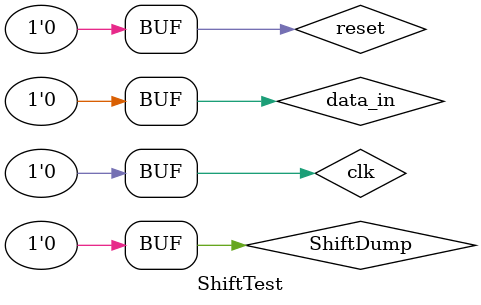
<source format=v>
`timescale 1ns / 1ps


module ShiftTest;

	// Inputs
	reg data_in;
	reg clk;
	reg reset;
	reg ShiftDump;

	// Outputs
	wire [11:0] q;
	wire [11:0] data_out;

	// Instantiate the Unit Under Test (UUT)
	Shift_Register uut (
		.data_in(data_in), 
		.clk(clk), 
		.reset(reset), 
		.ShiftDump(ShiftDump), 
		.q(q), 
		.data_out(data_out)
	);
	
	
	always
		begin
			clk = 1; #5; clk = 0; #5;
		end
		
	initial begin
		reset = 0; ShiftDump = 0; data_in = 0;
#10   reset = 1;
#10	reset = 0;
#10 	data_in = 1;
#10	data_in = 0;
#20	ShiftDump = 1;
#10   ShiftDump = 0;
#30 	ShiftDump = 1;
#10 	ShiftDump = 0;

	end
      
endmodule


</source>
